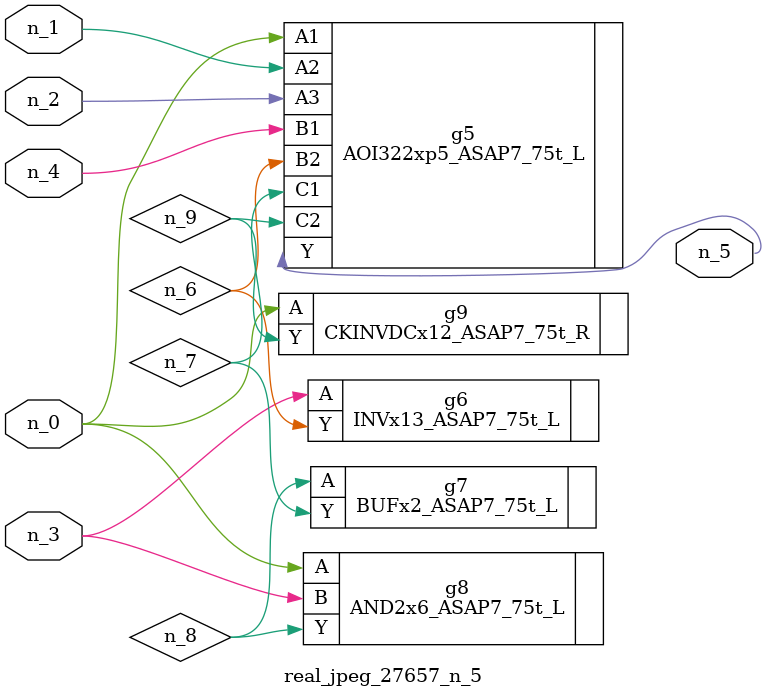
<source format=v>
module real_jpeg_27657_n_5 (n_4, n_0, n_1, n_2, n_3, n_5);

input n_4;
input n_0;
input n_1;
input n_2;
input n_3;

output n_5;

wire n_8;
wire n_6;
wire n_7;
wire n_9;

AOI322xp5_ASAP7_75t_L g5 ( 
.A1(n_0),
.A2(n_1),
.A3(n_2),
.B1(n_4),
.B2(n_6),
.C1(n_7),
.C2(n_9),
.Y(n_5)
);

AND2x6_ASAP7_75t_L g8 ( 
.A(n_0),
.B(n_3),
.Y(n_8)
);

CKINVDCx12_ASAP7_75t_R g9 ( 
.A(n_0),
.Y(n_9)
);

INVx13_ASAP7_75t_L g6 ( 
.A(n_3),
.Y(n_6)
);

BUFx2_ASAP7_75t_L g7 ( 
.A(n_8),
.Y(n_7)
);


endmodule
</source>
